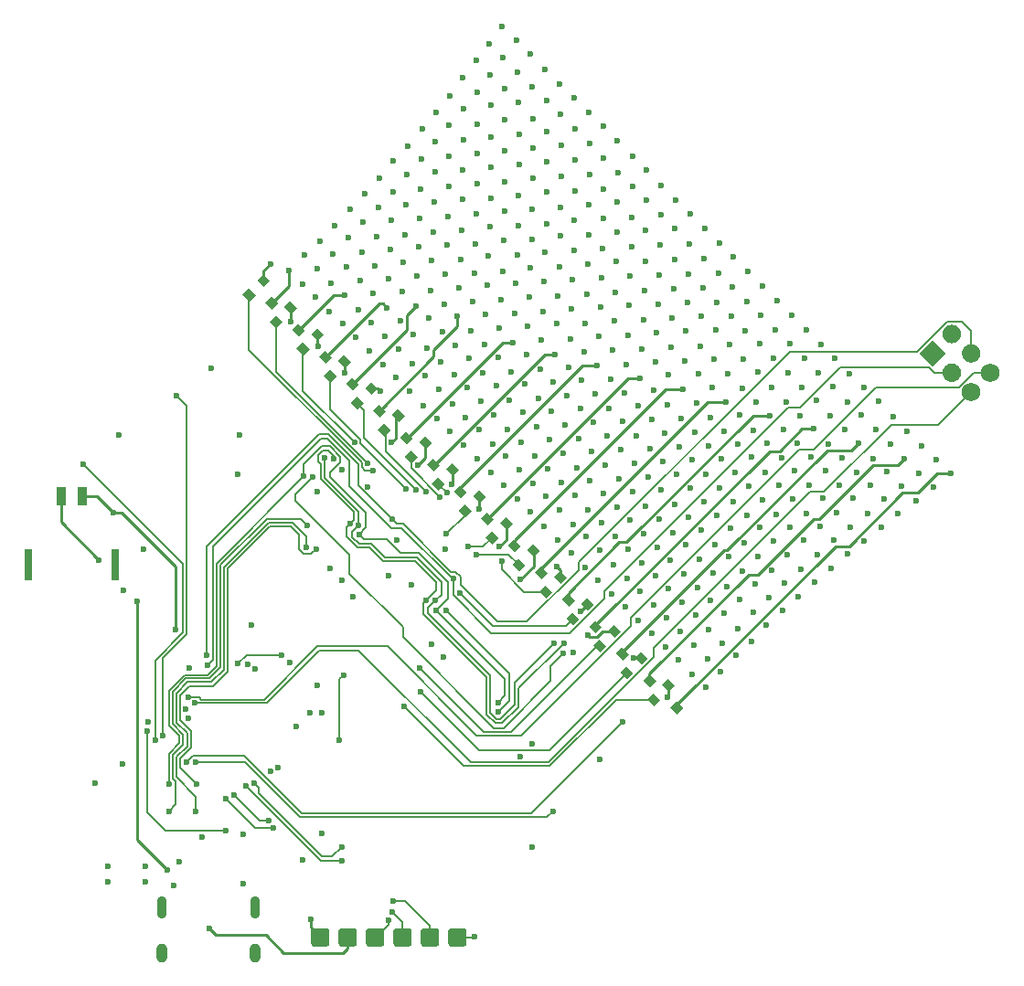
<source format=gbl>
G04 #@! TF.GenerationSoftware,KiCad,Pcbnew,5.99.0-unknown-022839a5a~104~ubuntu20.04.1*
G04 #@! TF.CreationDate,2020-09-24T10:22:23-07:00*
G04 #@! TF.ProjectId,badge,62616467-652e-46b6-9963-61645f706362,0.1*
G04 #@! TF.SameCoordinates,Original*
G04 #@! TF.FileFunction,Copper,L4,Bot*
G04 #@! TF.FilePolarity,Positive*
%FSLAX46Y46*%
G04 Gerber Fmt 4.6, Leading zero omitted, Abs format (unit mm)*
G04 Created by KiCad (PCBNEW 5.99.0-unknown-022839a5a~104~ubuntu20.04.1) date 2020-09-24 10:22:23*
%MOMM*%
%LPD*%
G01*
G04 APERTURE LIST*
G04 #@! TA.AperFunction,ComponentPad*
%ADD10O,0.900000X2.100000*%
G04 #@! TD*
G04 #@! TA.AperFunction,ComponentPad*
%ADD11O,1.000000X1.800000*%
G04 #@! TD*
G04 #@! TA.AperFunction,ComponentPad*
%ADD12C,1.727200*%
G04 #@! TD*
G04 #@! TA.AperFunction,SMDPad,CuDef*
%ADD13R,0.800000X3.000000*%
G04 #@! TD*
G04 #@! TA.AperFunction,SMDPad,CuDef*
%ADD14R,0.900000X1.700000*%
G04 #@! TD*
G04 #@! TA.AperFunction,ViaPad*
%ADD15C,0.600000*%
G04 #@! TD*
G04 #@! TA.AperFunction,Conductor*
%ADD16C,0.150000*%
G04 #@! TD*
G04 #@! TA.AperFunction,Conductor*
%ADD17C,0.250000*%
G04 #@! TD*
G04 APERTURE END LIST*
D10*
G04 #@! TO.P,J1,S1,SHIELD*
G04 #@! TO.N,GND*
X66446690Y-143330233D03*
D11*
X66446690Y-147510233D03*
D10*
X75086690Y-143330233D03*
D11*
X75086690Y-147510233D03*
G04 #@! TD*
G04 #@! TO.P,X1,1,VCC*
G04 #@! TO.N,VCC*
G04 #@! TA.AperFunction,ComponentPad*
G36*
G01*
X140207606Y-89567068D02*
X140207606Y-89567068D01*
G75*
G02*
X140207606Y-90788382I-610657J-610657D01*
G01*
X140207606Y-90788382D01*
G75*
G02*
X138986292Y-90788382I-610657J610657D01*
G01*
X138986292Y-90788382D01*
G75*
G02*
X138986292Y-89567068I610657J610657D01*
G01*
X138986292Y-89567068D01*
G75*
G02*
X140207606Y-89567068I610657J-610657D01*
G01*
G37*
G04 #@! TD.AperFunction*
G04 #@! TA.AperFunction,ComponentPad*
G04 #@! TO.P,X1,2,GND*
G04 #@! TO.N,GND*
G36*
X137800897Y-90752461D02*
G01*
X139022212Y-91973776D01*
X137800897Y-93195091D01*
X136579582Y-91973776D01*
X137800897Y-90752461D01*
G37*
G04 #@! TD.AperFunction*
G04 #@! TO.P,X1,3,SDA*
G04 #@! TO.N,/SDA*
G04 #@! TA.AperFunction,ComponentPad*
G36*
G01*
X142003657Y-91363119D02*
X142003657Y-91363119D01*
G75*
G02*
X142003657Y-92584433I-610657J-610657D01*
G01*
X142003657Y-92584433D01*
G75*
G02*
X140782343Y-92584433I-610657J610657D01*
G01*
X140782343Y-92584433D01*
G75*
G02*
X140782343Y-91363119I610657J610657D01*
G01*
X140782343Y-91363119D01*
G75*
G02*
X142003657Y-91363119I610657J-610657D01*
G01*
G37*
G04 #@! TD.AperFunction*
G04 #@! TO.P,X1,4,SCL*
G04 #@! TO.N,/SCL*
G04 #@! TA.AperFunction,ComponentPad*
G36*
G01*
X140207606Y-93159170D02*
X140207606Y-93159170D01*
G75*
G02*
X140207606Y-94380484I-610657J-610657D01*
G01*
X140207606Y-94380484D01*
G75*
G02*
X138986292Y-94380484I-610657J610657D01*
G01*
X138986292Y-94380484D01*
G75*
G02*
X138986292Y-93159170I610657J610657D01*
G01*
X138986292Y-93159170D01*
G75*
G02*
X140207606Y-93159170I610657J-610657D01*
G01*
G37*
G04 #@! TD.AperFunction*
D12*
G04 #@! TO.P,X1,5,GPIO1*
G04 #@! TO.N,/GPIO1*
X143189051Y-93769827D03*
G04 #@! TO.P,X1,6,GPIO2*
G04 #@! TO.N,/GPIO2*
X141393000Y-95565878D03*
G04 #@! TD*
G04 #@! TO.P,J2,1,Pin_1*
G04 #@! TO.N,VCC*
G04 #@! TA.AperFunction,SMDPad,CuDef*
G36*
G01*
X80521690Y-145240233D02*
X81711690Y-145240233D01*
G75*
G02*
X81966690Y-145495233I0J-255000D01*
G01*
X81966690Y-146685233D01*
G75*
G02*
X81711690Y-146940233I-255000J0D01*
G01*
X80521690Y-146940233D01*
G75*
G02*
X80266690Y-146685233I0J255000D01*
G01*
X80266690Y-145495233D01*
G75*
G02*
X80521690Y-145240233I255000J0D01*
G01*
G37*
G04 #@! TD.AperFunction*
G04 #@! TO.P,J2,2,Pin_2*
G04 #@! TO.N,/VUSB*
G04 #@! TA.AperFunction,SMDPad,CuDef*
G36*
G01*
X83061690Y-145240233D02*
X84251690Y-145240233D01*
G75*
G02*
X84506690Y-145495233I0J-255000D01*
G01*
X84506690Y-146685233D01*
G75*
G02*
X84251690Y-146940233I-255000J0D01*
G01*
X83061690Y-146940233D01*
G75*
G02*
X82806690Y-146685233I0J255000D01*
G01*
X82806690Y-145495233D01*
G75*
G02*
X83061690Y-145240233I255000J0D01*
G01*
G37*
G04 #@! TD.AperFunction*
G04 #@! TO.P,J2,3,Pin_3*
G04 #@! TO.N,/SAMD21/SWDIO*
G04 #@! TA.AperFunction,SMDPad,CuDef*
G36*
G01*
X85601690Y-145240233D02*
X86791690Y-145240233D01*
G75*
G02*
X87046690Y-145495233I0J-255000D01*
G01*
X87046690Y-146685233D01*
G75*
G02*
X86791690Y-146940233I-255000J0D01*
G01*
X85601690Y-146940233D01*
G75*
G02*
X85346690Y-146685233I0J255000D01*
G01*
X85346690Y-145495233D01*
G75*
G02*
X85601690Y-145240233I255000J0D01*
G01*
G37*
G04 #@! TD.AperFunction*
G04 #@! TO.P,J2,4,Pin_4*
G04 #@! TO.N,/SAMD21/SWDCLK*
G04 #@! TA.AperFunction,SMDPad,CuDef*
G36*
G01*
X88141690Y-145240233D02*
X89331690Y-145240233D01*
G75*
G02*
X89586690Y-145495233I0J-255000D01*
G01*
X89586690Y-146685233D01*
G75*
G02*
X89331690Y-146940233I-255000J0D01*
G01*
X88141690Y-146940233D01*
G75*
G02*
X87886690Y-146685233I0J255000D01*
G01*
X87886690Y-145495233D01*
G75*
G02*
X88141690Y-145240233I255000J0D01*
G01*
G37*
G04 #@! TD.AperFunction*
G04 #@! TO.P,J2,5,Pin_5*
G04 #@! TO.N,/SAMD21/~RESET*
G04 #@! TA.AperFunction,SMDPad,CuDef*
G36*
G01*
X90681690Y-145240233D02*
X91871690Y-145240233D01*
G75*
G02*
X92126690Y-145495233I0J-255000D01*
G01*
X92126690Y-146685233D01*
G75*
G02*
X91871690Y-146940233I-255000J0D01*
G01*
X90681690Y-146940233D01*
G75*
G02*
X90426690Y-146685233I0J255000D01*
G01*
X90426690Y-145495233D01*
G75*
G02*
X90681690Y-145240233I255000J0D01*
G01*
G37*
G04 #@! TD.AperFunction*
G04 #@! TO.P,J2,6,Pin_6*
G04 #@! TO.N,GND*
G04 #@! TA.AperFunction,SMDPad,CuDef*
G36*
G01*
X93221690Y-145240233D02*
X94411690Y-145240233D01*
G75*
G02*
X94666690Y-145495233I0J-255000D01*
G01*
X94666690Y-146685233D01*
G75*
G02*
X94411690Y-146940233I-255000J0D01*
G01*
X93221690Y-146940233D01*
G75*
G02*
X92966690Y-146685233I0J255000D01*
G01*
X92966690Y-145495233D01*
G75*
G02*
X93221690Y-145240233I255000J0D01*
G01*
G37*
G04 #@! TD.AperFunction*
G04 #@! TD*
G04 #@! TA.AperFunction,SMDPad,CuDef*
G04 #@! TO.P,Q14,1,G*
G04 #@! TO.N,/ISSI 12 RGB A/U2_QG*
G36*
X76420101Y-89029290D02*
G01*
X76985787Y-88463604D01*
X77622183Y-89100000D01*
X77056497Y-89665686D01*
X76420101Y-89029290D01*
G37*
G04 #@! TD.AperFunction*
G04 #@! TA.AperFunction,SMDPad,CuDef*
G04 #@! TO.P,Q14,2,S*
G04 #@! TO.N,VCC*
G36*
X77763604Y-87685787D02*
G01*
X78329290Y-87120101D01*
X78965686Y-87756497D01*
X78400000Y-88322183D01*
X77763604Y-87685787D01*
G37*
G04 #@! TD.AperFunction*
G04 #@! TA.AperFunction,SMDPad,CuDef*
G04 #@! TO.P,Q14,3,D*
G04 #@! TO.N,/ISSI 12 RGB A/COM_11*
G36*
X78506066Y-89771752D02*
G01*
X79071752Y-89206066D01*
X79708148Y-89842462D01*
X79142462Y-90408148D01*
X78506066Y-89771752D01*
G37*
G04 #@! TD.AperFunction*
G04 #@! TD*
G04 #@! TA.AperFunction,SMDPad,CuDef*
G04 #@! TO.P,Q11,1,G*
G04 #@! TO.N,/ISSI 12 RGB A/U1_QF*
G36*
X98920101Y-111529290D02*
G01*
X99485787Y-110963604D01*
X100122183Y-111600000D01*
X99556497Y-112165686D01*
X98920101Y-111529290D01*
G37*
G04 #@! TD.AperFunction*
G04 #@! TA.AperFunction,SMDPad,CuDef*
G04 #@! TO.P,Q11,2,S*
G04 #@! TO.N,VCC*
G36*
X100263604Y-110185787D02*
G01*
X100829290Y-109620101D01*
X101465686Y-110256497D01*
X100900000Y-110822183D01*
X100263604Y-110185787D01*
G37*
G04 #@! TD.AperFunction*
G04 #@! TA.AperFunction,SMDPad,CuDef*
G04 #@! TO.P,Q11,3,D*
G04 #@! TO.N,/ISSI 12 RGB A/COM_14*
G36*
X101006066Y-112271752D02*
G01*
X101571752Y-111706066D01*
X102208148Y-112342462D01*
X101642462Y-112908148D01*
X101006066Y-112271752D01*
G37*
G04 #@! TD.AperFunction*
G04 #@! TD*
G04 #@! TA.AperFunction,SMDPad,CuDef*
G04 #@! TO.P,Q5,1,G*
G04 #@! TO.N,/ISSI 12 RGB A/U1_QC*
G36*
X106420101Y-119029290D02*
G01*
X106985787Y-118463604D01*
X107622183Y-119100000D01*
X107056497Y-119665686D01*
X106420101Y-119029290D01*
G37*
G04 #@! TD.AperFunction*
G04 #@! TA.AperFunction,SMDPad,CuDef*
G04 #@! TO.P,Q5,2,S*
G04 #@! TO.N,VCC*
G36*
X107763604Y-117685787D02*
G01*
X108329290Y-117120101D01*
X108965686Y-117756497D01*
X108400000Y-118322183D01*
X107763604Y-117685787D01*
G37*
G04 #@! TD.AperFunction*
G04 #@! TA.AperFunction,SMDPad,CuDef*
G04 #@! TO.P,Q5,3,D*
G04 #@! TO.N,/ISSI 12 RGB A/COM_4*
G36*
X108506066Y-119771752D02*
G01*
X109071752Y-119206066D01*
X109708148Y-119842462D01*
X109142462Y-120408148D01*
X108506066Y-119771752D01*
G37*
G04 #@! TD.AperFunction*
G04 #@! TD*
G04 #@! TA.AperFunction,SMDPad,CuDef*
G04 #@! TO.P,Q3,1,G*
G04 #@! TO.N,/ISSI 12 RGB A/U1_QB*
G36*
X108920101Y-121529290D02*
G01*
X109485787Y-120963604D01*
X110122183Y-121600000D01*
X109556497Y-122165686D01*
X108920101Y-121529290D01*
G37*
G04 #@! TD.AperFunction*
G04 #@! TA.AperFunction,SMDPad,CuDef*
G04 #@! TO.P,Q3,2,S*
G04 #@! TO.N,VCC*
G36*
X110263604Y-120185787D02*
G01*
X110829290Y-119620101D01*
X111465686Y-120256497D01*
X110900000Y-120822183D01*
X110263604Y-120185787D01*
G37*
G04 #@! TD.AperFunction*
G04 #@! TA.AperFunction,SMDPad,CuDef*
G04 #@! TO.P,Q3,3,D*
G04 #@! TO.N,/ISSI 12 RGB A/COM_3*
G36*
X111006066Y-122271752D02*
G01*
X111571752Y-121706066D01*
X112208148Y-122342462D01*
X111642462Y-122908148D01*
X111006066Y-122271752D01*
G37*
G04 #@! TD.AperFunction*
G04 #@! TD*
G04 #@! TA.AperFunction,SMDPad,CuDef*
G04 #@! TO.P,Q16,1,G*
G04 #@! TO.N,/ISSI 12 RGB A/U2_QH*
G36*
X73920101Y-86529290D02*
G01*
X74485787Y-85963604D01*
X75122183Y-86600000D01*
X74556497Y-87165686D01*
X73920101Y-86529290D01*
G37*
G04 #@! TD.AperFunction*
G04 #@! TA.AperFunction,SMDPad,CuDef*
G04 #@! TO.P,Q16,2,S*
G04 #@! TO.N,VCC*
G36*
X75263604Y-85185787D02*
G01*
X75829290Y-84620101D01*
X76465686Y-85256497D01*
X75900000Y-85822183D01*
X75263604Y-85185787D01*
G37*
G04 #@! TD.AperFunction*
G04 #@! TA.AperFunction,SMDPad,CuDef*
G04 #@! TO.P,Q16,3,D*
G04 #@! TO.N,/ISSI 12 RGB A/COM_12*
G36*
X76006066Y-87271752D02*
G01*
X76571752Y-86706066D01*
X77208148Y-87342462D01*
X76642462Y-87908148D01*
X76006066Y-87271752D01*
G37*
G04 #@! TD.AperFunction*
G04 #@! TD*
G04 #@! TA.AperFunction,SMDPad,CuDef*
G04 #@! TO.P,Q13,1,G*
G04 #@! TO.N,/ISSI 12 RGB A/U1_QG*
G36*
X96420101Y-109029290D02*
G01*
X96985787Y-108463604D01*
X97622183Y-109100000D01*
X97056497Y-109665686D01*
X96420101Y-109029290D01*
G37*
G04 #@! TD.AperFunction*
G04 #@! TA.AperFunction,SMDPad,CuDef*
G04 #@! TO.P,Q13,2,S*
G04 #@! TO.N,VCC*
G36*
X97763604Y-107685787D02*
G01*
X98329290Y-107120101D01*
X98965686Y-107756497D01*
X98400000Y-108322183D01*
X97763604Y-107685787D01*
G37*
G04 #@! TD.AperFunction*
G04 #@! TA.AperFunction,SMDPad,CuDef*
G04 #@! TO.P,Q13,3,D*
G04 #@! TO.N,/ISSI 12 RGB A/COM_13*
G36*
X98506066Y-109771752D02*
G01*
X99071752Y-109206066D01*
X99708148Y-109842462D01*
X99142462Y-110408148D01*
X98506066Y-109771752D01*
G37*
G04 #@! TD.AperFunction*
G04 #@! TD*
G04 #@! TA.AperFunction,SMDPad,CuDef*
G04 #@! TO.P,Q2,1,G*
G04 #@! TO.N,/ISSI 12 RGB A/U2_QA*
G36*
X91420101Y-104029290D02*
G01*
X91985787Y-103463604D01*
X92622183Y-104100000D01*
X92056497Y-104665686D01*
X91420101Y-104029290D01*
G37*
G04 #@! TD.AperFunction*
G04 #@! TA.AperFunction,SMDPad,CuDef*
G04 #@! TO.P,Q2,2,S*
G04 #@! TO.N,VCC*
G36*
X92763604Y-102685787D02*
G01*
X93329290Y-102120101D01*
X93965686Y-102756497D01*
X93400000Y-103322183D01*
X92763604Y-102685787D01*
G37*
G04 #@! TD.AperFunction*
G04 #@! TA.AperFunction,SMDPad,CuDef*
G04 #@! TO.P,Q2,3,D*
G04 #@! TO.N,/ISSI 12 RGB A/COM_5*
G36*
X93506066Y-104771752D02*
G01*
X94071752Y-104206066D01*
X94708148Y-104842462D01*
X94142462Y-105408148D01*
X93506066Y-104771752D01*
G37*
G04 #@! TD.AperFunction*
G04 #@! TD*
G04 #@! TA.AperFunction,SMDPad,CuDef*
G04 #@! TO.P,Q6,1,G*
G04 #@! TO.N,/ISSI 12 RGB A/U2_QC*
G36*
X86420101Y-99029290D02*
G01*
X86985787Y-98463604D01*
X87622183Y-99100000D01*
X87056497Y-99665686D01*
X86420101Y-99029290D01*
G37*
G04 #@! TD.AperFunction*
G04 #@! TA.AperFunction,SMDPad,CuDef*
G04 #@! TO.P,Q6,2,S*
G04 #@! TO.N,VCC*
G36*
X87763604Y-97685787D02*
G01*
X88329290Y-97120101D01*
X88965686Y-97756497D01*
X88400000Y-98322183D01*
X87763604Y-97685787D01*
G37*
G04 #@! TD.AperFunction*
G04 #@! TA.AperFunction,SMDPad,CuDef*
G04 #@! TO.P,Q6,3,D*
G04 #@! TO.N,/ISSI 12 RGB A/COM_7*
G36*
X88506066Y-99771752D02*
G01*
X89071752Y-99206066D01*
X89708148Y-99842462D01*
X89142462Y-100408148D01*
X88506066Y-99771752D01*
G37*
G04 #@! TD.AperFunction*
G04 #@! TD*
G04 #@! TA.AperFunction,SMDPad,CuDef*
G04 #@! TO.P,Q8,1,G*
G04 #@! TO.N,/ISSI 12 RGB A/U2_QD*
G36*
X83920101Y-96529290D02*
G01*
X84485787Y-95963604D01*
X85122183Y-96600000D01*
X84556497Y-97165686D01*
X83920101Y-96529290D01*
G37*
G04 #@! TD.AperFunction*
G04 #@! TA.AperFunction,SMDPad,CuDef*
G04 #@! TO.P,Q8,2,S*
G04 #@! TO.N,VCC*
G36*
X85263604Y-95185787D02*
G01*
X85829290Y-94620101D01*
X86465686Y-95256497D01*
X85900000Y-95822183D01*
X85263604Y-95185787D01*
G37*
G04 #@! TD.AperFunction*
G04 #@! TA.AperFunction,SMDPad,CuDef*
G04 #@! TO.P,Q8,3,D*
G04 #@! TO.N,/ISSI 12 RGB A/COM_8*
G36*
X86006066Y-97271752D02*
G01*
X86571752Y-96706066D01*
X87208148Y-97342462D01*
X86642462Y-97908148D01*
X86006066Y-97271752D01*
G37*
G04 #@! TD.AperFunction*
G04 #@! TD*
D13*
G04 #@! TO.P,J3,*
G04 #@! TO.N,*
X62116691Y-111590233D03*
X54116691Y-111590233D03*
D14*
G04 #@! TO.P,J3,1,Pin_1*
G04 #@! TO.N,/1s LiPo/BATT_PLUS*
X59116691Y-105240233D03*
G04 #@! TO.P,J3,2,Pin_2*
G04 #@! TO.N,Net-(C8-Pad2)*
X57116691Y-105240233D03*
G04 #@! TD*
G04 #@! TA.AperFunction,SMDPad,CuDef*
G04 #@! TO.P,Q4,1,G*
G04 #@! TO.N,/ISSI 12 RGB A/U2_QB*
G36*
X88920101Y-101529290D02*
G01*
X89485787Y-100963604D01*
X90122183Y-101600000D01*
X89556497Y-102165686D01*
X88920101Y-101529290D01*
G37*
G04 #@! TD.AperFunction*
G04 #@! TA.AperFunction,SMDPad,CuDef*
G04 #@! TO.P,Q4,2,S*
G04 #@! TO.N,VCC*
G36*
X90263604Y-100185787D02*
G01*
X90829290Y-99620101D01*
X91465686Y-100256497D01*
X90900000Y-100822183D01*
X90263604Y-100185787D01*
G37*
G04 #@! TD.AperFunction*
G04 #@! TA.AperFunction,SMDPad,CuDef*
G04 #@! TO.P,Q4,3,D*
G04 #@! TO.N,/ISSI 12 RGB A/COM_6*
G36*
X91006066Y-102271752D02*
G01*
X91571752Y-101706066D01*
X92208148Y-102342462D01*
X91642462Y-102908148D01*
X91006066Y-102271752D01*
G37*
G04 #@! TD.AperFunction*
G04 #@! TD*
G04 #@! TA.AperFunction,SMDPad,CuDef*
G04 #@! TO.P,Q7,1,G*
G04 #@! TO.N,/ISSI 12 RGB A/U1_QD*
G36*
X103920101Y-116529290D02*
G01*
X104485787Y-115963604D01*
X105122183Y-116600000D01*
X104556497Y-117165686D01*
X103920101Y-116529290D01*
G37*
G04 #@! TD.AperFunction*
G04 #@! TA.AperFunction,SMDPad,CuDef*
G04 #@! TO.P,Q7,2,S*
G04 #@! TO.N,VCC*
G36*
X105263604Y-115185787D02*
G01*
X105829290Y-114620101D01*
X106465686Y-115256497D01*
X105900000Y-115822183D01*
X105263604Y-115185787D01*
G37*
G04 #@! TD.AperFunction*
G04 #@! TA.AperFunction,SMDPad,CuDef*
G04 #@! TO.P,Q7,3,D*
G04 #@! TO.N,/ISSI 12 RGB A/COM_1*
G36*
X106006066Y-117271752D02*
G01*
X106571752Y-116706066D01*
X107208148Y-117342462D01*
X106642462Y-117908148D01*
X106006066Y-117271752D01*
G37*
G04 #@! TD.AperFunction*
G04 #@! TD*
G04 #@! TA.AperFunction,SMDPad,CuDef*
G04 #@! TO.P,Q1,1,G*
G04 #@! TO.N,/ISSI 12 RGB A/U1_QA*
G36*
X111420101Y-124029290D02*
G01*
X111985787Y-123463604D01*
X112622183Y-124100000D01*
X112056497Y-124665686D01*
X111420101Y-124029290D01*
G37*
G04 #@! TD.AperFunction*
G04 #@! TA.AperFunction,SMDPad,CuDef*
G04 #@! TO.P,Q1,2,S*
G04 #@! TO.N,VCC*
G36*
X112763604Y-122685787D02*
G01*
X113329290Y-122120101D01*
X113965686Y-122756497D01*
X113400000Y-123322183D01*
X112763604Y-122685787D01*
G37*
G04 #@! TD.AperFunction*
G04 #@! TA.AperFunction,SMDPad,CuDef*
G04 #@! TO.P,Q1,3,D*
G04 #@! TO.N,/ISSI 12 RGB A/COM_2*
G36*
X113506066Y-124771752D02*
G01*
X114071752Y-124206066D01*
X114708148Y-124842462D01*
X114142462Y-125408148D01*
X113506066Y-124771752D01*
G37*
G04 #@! TD.AperFunction*
G04 #@! TD*
G04 #@! TA.AperFunction,SMDPad,CuDef*
G04 #@! TO.P,Q15,1,G*
G04 #@! TO.N,/ISSI 12 RGB A/U1_QH*
G36*
X93920101Y-106529290D02*
G01*
X94485787Y-105963604D01*
X95122183Y-106600000D01*
X94556497Y-107165686D01*
X93920101Y-106529290D01*
G37*
G04 #@! TD.AperFunction*
G04 #@! TA.AperFunction,SMDPad,CuDef*
G04 #@! TO.P,Q15,2,S*
G04 #@! TO.N,VCC*
G36*
X95263604Y-105185787D02*
G01*
X95829290Y-104620101D01*
X96465686Y-105256497D01*
X95900000Y-105822183D01*
X95263604Y-105185787D01*
G37*
G04 #@! TD.AperFunction*
G04 #@! TA.AperFunction,SMDPad,CuDef*
G04 #@! TO.P,Q15,3,D*
G04 #@! TO.N,/ISSI 12 RGB A/COM_15*
G36*
X96006066Y-107271752D02*
G01*
X96571752Y-106706066D01*
X97208148Y-107342462D01*
X96642462Y-107908148D01*
X96006066Y-107271752D01*
G37*
G04 #@! TD.AperFunction*
G04 #@! TD*
G04 #@! TA.AperFunction,SMDPad,CuDef*
G04 #@! TO.P,Q9,1,G*
G04 #@! TO.N,/ISSI 12 RGB A/U1_QE*
G36*
X101420101Y-114029290D02*
G01*
X101985787Y-113463604D01*
X102622183Y-114100000D01*
X102056497Y-114665686D01*
X101420101Y-114029290D01*
G37*
G04 #@! TD.AperFunction*
G04 #@! TA.AperFunction,SMDPad,CuDef*
G04 #@! TO.P,Q9,2,S*
G04 #@! TO.N,VCC*
G36*
X102763604Y-112685787D02*
G01*
X103329290Y-112120101D01*
X103965686Y-112756497D01*
X103400000Y-113322183D01*
X102763604Y-112685787D01*
G37*
G04 #@! TD.AperFunction*
G04 #@! TA.AperFunction,SMDPad,CuDef*
G04 #@! TO.P,Q9,3,D*
G04 #@! TO.N,/ISSI 12 RGB A/COM*
G36*
X103506066Y-114771752D02*
G01*
X104071752Y-114206066D01*
X104708148Y-114842462D01*
X104142462Y-115408148D01*
X103506066Y-114771752D01*
G37*
G04 #@! TD.AperFunction*
G04 #@! TD*
G04 #@! TA.AperFunction,SMDPad,CuDef*
G04 #@! TO.P,Q12,1,G*
G04 #@! TO.N,/ISSI 12 RGB A/U2_QF*
G36*
X78920101Y-91529290D02*
G01*
X79485787Y-90963604D01*
X80122183Y-91600000D01*
X79556497Y-92165686D01*
X78920101Y-91529290D01*
G37*
G04 #@! TD.AperFunction*
G04 #@! TA.AperFunction,SMDPad,CuDef*
G04 #@! TO.P,Q12,2,S*
G04 #@! TO.N,VCC*
G36*
X80263604Y-90185787D02*
G01*
X80829290Y-89620101D01*
X81465686Y-90256497D01*
X80900000Y-90822183D01*
X80263604Y-90185787D01*
G37*
G04 #@! TD.AperFunction*
G04 #@! TA.AperFunction,SMDPad,CuDef*
G04 #@! TO.P,Q12,3,D*
G04 #@! TO.N,/ISSI 12 RGB A/COM_10*
G36*
X81006066Y-92271752D02*
G01*
X81571752Y-91706066D01*
X82208148Y-92342462D01*
X81642462Y-92908148D01*
X81006066Y-92271752D01*
G37*
G04 #@! TD.AperFunction*
G04 #@! TD*
G04 #@! TA.AperFunction,SMDPad,CuDef*
G04 #@! TO.P,Q10,1,G*
G04 #@! TO.N,/ISSI 12 RGB A/U2_QE*
G36*
X81420101Y-94029290D02*
G01*
X81985787Y-93463604D01*
X82622183Y-94100000D01*
X82056497Y-94665686D01*
X81420101Y-94029290D01*
G37*
G04 #@! TD.AperFunction*
G04 #@! TA.AperFunction,SMDPad,CuDef*
G04 #@! TO.P,Q10,2,S*
G04 #@! TO.N,VCC*
G36*
X82763604Y-92685787D02*
G01*
X83329290Y-92120101D01*
X83965686Y-92756497D01*
X83400000Y-93322183D01*
X82763604Y-92685787D01*
G37*
G04 #@! TD.AperFunction*
G04 #@! TA.AperFunction,SMDPad,CuDef*
G04 #@! TO.P,Q10,3,D*
G04 #@! TO.N,/ISSI 12 RGB A/COM_9*
G36*
X83506066Y-94771752D02*
G01*
X84071752Y-94206066D01*
X84708148Y-94842462D01*
X84142462Y-95408148D01*
X83506066Y-94771752D01*
G37*
G04 #@! TD.AperFunction*
G04 #@! TD*
D15*
G04 #@! TO.N,GND*
X68975700Y-121117808D03*
X85527901Y-104322851D03*
X84180284Y-114506360D03*
X68050000Y-139100000D03*
X64900000Y-140975000D03*
X107018045Y-129607247D03*
X73978481Y-136515058D03*
X67526132Y-141305707D03*
X65140260Y-126143528D03*
X78326691Y-120590234D03*
X62929937Y-113940674D03*
X62795852Y-130055351D03*
X64925000Y-139525000D03*
X83135514Y-102715354D03*
X62505673Y-99551051D03*
X71055843Y-93346189D03*
X81256690Y-125300233D03*
X99611102Y-129302569D03*
X104578527Y-119703595D03*
X92700000Y-110100000D03*
X60275000Y-131775000D03*
X95375000Y-146000000D03*
X83135514Y-113003758D03*
X73978481Y-141111252D03*
X100760150Y-137699462D03*
X74700000Y-117150000D03*
X75100000Y-121175000D03*
X64768415Y-110157653D03*
X78926690Y-126530233D03*
X92500000Y-120100000D03*
X76488710Y-130716783D03*
X68867315Y-125795043D03*
X79476236Y-138936899D03*
X73483506Y-103210329D03*
G04 #@! TO.N,VCC*
X61475000Y-140950000D03*
X70200000Y-136775000D03*
X105883650Y-118100000D03*
X86700000Y-95500000D03*
X82004143Y-111872387D03*
X88228374Y-109300224D03*
X103000000Y-111700000D03*
X87400000Y-112600000D03*
X78355945Y-89000000D03*
X81301690Y-136445233D03*
X77225000Y-130375000D03*
X80898317Y-91298317D03*
X113300000Y-123800000D03*
X80136690Y-125270234D03*
X74366690Y-120770233D03*
X105200000Y-115900000D03*
X97700000Y-109900000D03*
X95800000Y-106400000D03*
X83400000Y-93800000D03*
X89517152Y-113445700D03*
X80819739Y-104818997D03*
X110100000Y-120184268D03*
X73607250Y-99515696D03*
X80225000Y-144425000D03*
X80825000Y-122725000D03*
X93300000Y-104100000D03*
X99674820Y-112900000D03*
X76483704Y-83711895D03*
X90133498Y-102366500D03*
X87700000Y-100250362D03*
X61425000Y-139475000D03*
X91410272Y-118943455D03*
X68686690Y-124900233D03*
X100707117Y-128171198D03*
G04 #@! TO.N,Net-(C8-Pad2)*
X60606690Y-111090233D03*
G04 #@! TO.N,/1s LiPo/BATT_PLUS*
X67696689Y-117534913D03*
X61946691Y-106750233D03*
G04 #@! TO.N,/ISSI 12 RGB A/COM_4*
X107364092Y-76736242D03*
X125746705Y-95107518D03*
X123113148Y-92450385D03*
X116543294Y-85869867D03*
X95529575Y-64851646D03*
X128371879Y-97727897D03*
X124431190Y-93784033D03*
X120498724Y-89879100D03*
X121784017Y-91078504D03*
X96842300Y-66162878D03*
X102090943Y-71399745D03*
X112609032Y-81952460D03*
X104719134Y-74032318D03*
X98152840Y-67466025D03*
X117868894Y-87236159D03*
X119172873Y-88508573D03*
X136256614Y-105632042D03*
X129685137Y-99041156D03*
X113933612Y-83318978D03*
X134938173Y-104294191D03*
X100802925Y-70196688D03*
X111269873Y-80546432D03*
X103409657Y-72733224D03*
X109993445Y-79377144D03*
X132317651Y-101696375D03*
X106047823Y-75408635D03*
X108647776Y-77933893D03*
X127030260Y-96309527D03*
X130976828Y-100271316D03*
X99449898Y-68725112D03*
X115248398Y-84640474D03*
X133613547Y-102934125D03*
G04 #@! TO.N,/ISSI 12 RGB A/COM_3*
X104683307Y-71146558D03*
X115326418Y-81878368D03*
X96741397Y-63254842D03*
X133885682Y-100385338D03*
X100730621Y-67275980D03*
X102048852Y-68563852D03*
X128563458Y-95023920D03*
X116655869Y-83219519D03*
X137865391Y-104363537D03*
X123283988Y-89824450D03*
X136554699Y-103108308D03*
X112642545Y-79103007D03*
X108693495Y-75248767D03*
X111319413Y-77788301D03*
X135214967Y-101722239D03*
X99392913Y-65900185D03*
X131222312Y-97695474D03*
X129923671Y-96489007D03*
X125927768Y-92435040D03*
X107354361Y-73864712D03*
X121940198Y-88426425D03*
X117981856Y-84542141D03*
X110012594Y-76538596D03*
X113968673Y-80427747D03*
X120633786Y-87187395D03*
X106030509Y-72550198D03*
X98057723Y-64541016D03*
X127252484Y-93753655D03*
X124593133Y-91077890D03*
X132552477Y-99034308D03*
X119292539Y-85795228D03*
X103355956Y-69817811D03*
G04 #@! TO.N,/ISSI 12 RGB A/COM_1*
X121612453Y-93728381D03*
X120328883Y-92489952D03*
X113818776Y-85964810D03*
X109932237Y-82131182D03*
X133316810Y-105423149D03*
X126827959Y-98972514D03*
X115114152Y-87245601D03*
X108617551Y-80771047D03*
X128148319Y-100357123D03*
X100813784Y-72973329D03*
X99511265Y-71666266D03*
X117711970Y-89833479D03*
X112532032Y-84722879D03*
X124246582Y-96460375D03*
X111229275Y-83413721D03*
X95611907Y-67777571D03*
X125547164Y-97759290D03*
X134642072Y-106810821D03*
X129449290Y-101658094D03*
X107311717Y-79451863D03*
X104732379Y-76947843D03*
X130752216Y-102969355D03*
X98194327Y-70308871D03*
X116412788Y-88538529D03*
X132023866Y-104148192D03*
X102105001Y-74237889D03*
X106012397Y-78156951D03*
X122947509Y-95169700D03*
X119028416Y-91191011D03*
X103419698Y-75591552D03*
X94306326Y-66458320D03*
X96889576Y-68995914D03*
G04 #@! TO.N,/ISSI 12 RGB A/COM_2*
X116714422Y-80421597D03*
X115353873Y-79002922D03*
X132790183Y-96433487D03*
X135484541Y-99158804D03*
X128757362Y-92381136D03*
X97938144Y-61660015D03*
X124760337Y-88457912D03*
X110008973Y-73722636D03*
X99279172Y-62999391D03*
X127450846Y-91177691D03*
X101961215Y-65678147D03*
X104637469Y-68330301D03*
X119371685Y-83005113D03*
X120728786Y-84403049D03*
X126099913Y-89791175D03*
X114033689Y-77748986D03*
X136838036Y-100553333D03*
X138149894Y-101779156D03*
X112697383Y-76434292D03*
X108644986Y-72289720D03*
X130125145Y-93819555D03*
X139492557Y-103124591D03*
X131466112Y-95158944D03*
X107297570Y-70928217D03*
X122056360Y-85693994D03*
X103306983Y-67042206D03*
X100597547Y-64245153D03*
X111327851Y-74972585D03*
X123419811Y-87120569D03*
X134139983Y-97805200D03*
X105977001Y-69663573D03*
X118056717Y-81767128D03*
G04 #@! TO.N,/ISSI 12 RGB A/COM_8*
X91345444Y-86180011D03*
X122442609Y-117185956D03*
X88824005Y-83565965D03*
X110012366Y-104811637D03*
X83861583Y-78650067D03*
X101303844Y-96128577D03*
X97559798Y-92354420D03*
X95073403Y-89880511D03*
X86358091Y-81166778D03*
X87594337Y-82375249D03*
X90074548Y-84829126D03*
X118733226Y-113549883D03*
X116236459Y-111031080D03*
X92583181Y-87390290D03*
X85089905Y-79834637D03*
X112513517Y-107353060D03*
X93808101Y-88558432D03*
X114970082Y-109709291D03*
X103786813Y-98586084D03*
X108767256Y-103566527D03*
X96327470Y-91168681D03*
X106274581Y-101066124D03*
X111269568Y-106114124D03*
X119973731Y-114774560D03*
X107522625Y-102323454D03*
X98816509Y-93652730D03*
X100038328Y-94800075D03*
X121213881Y-115999324D03*
X117485394Y-112292502D03*
X102543131Y-97347091D03*
X113754951Y-108579684D03*
X105039176Y-99863909D03*
G04 #@! TO.N,/ISSI 12 RGB A/COM_5*
X114324811Y-100648217D03*
X110548658Y-96857998D03*
X105526928Y-91861521D03*
X113050395Y-99323980D03*
X102979843Y-89225619D03*
X100487844Y-86789524D03*
X116849031Y-103209987D03*
X108046863Y-94402792D03*
X120613065Y-106942839D03*
X123102754Y-109362205D03*
X95470335Y-81811414D03*
X118097134Y-104422126D03*
X119356663Y-105689645D03*
X126874618Y-113134070D03*
X89152232Y-75403422D03*
X96697846Y-82953147D03*
X90443242Y-76792530D03*
X104277267Y-90643286D03*
X109303367Y-95655966D03*
X87892382Y-74138158D03*
X124358810Y-110615490D03*
X99218476Y-85487774D03*
X111799244Y-98088897D03*
X106773258Y-93071905D03*
X92957414Y-79305050D03*
X125639944Y-111961770D03*
X91678210Y-77956123D03*
X121841093Y-108090923D03*
X94219326Y-80587042D03*
X97988556Y-84344485D03*
X101758432Y-88106068D03*
X115569479Y-101854696D03*
G04 #@! TO.N,/ISSI 12 RGB A/COM_6*
X89086833Y-78219990D03*
X94098534Y-83242509D03*
X106612680Y-95736738D03*
X87835766Y-76971993D03*
X112873012Y-101997072D03*
X105340104Y-94414307D03*
X124125547Y-113209275D03*
X86585172Y-75726034D03*
X125402079Y-114552333D03*
X92836740Y-81951858D03*
X119117282Y-108201009D03*
X111637122Y-100816489D03*
X91590966Y-80724123D03*
X109116813Y-98240872D03*
X97846626Y-86966195D03*
X95357797Y-84527303D03*
X90345141Y-79498559D03*
X122900666Y-112060469D03*
X120394734Y-109548153D03*
X101601206Y-90716323D03*
X115359197Y-104438815D03*
X96580706Y-85665812D03*
X117867678Y-106956950D03*
X102871441Y-92045859D03*
X116626002Y-105741120D03*
X107875868Y-97035671D03*
X100336284Y-89420012D03*
X104110617Y-93240723D03*
X110388507Y-99582953D03*
X114111479Y-103200750D03*
X99106319Y-88248736D03*
X121648599Y-110808402D03*
G04 #@! TO.N,/ISSI 12 RGB A/COM_7*
X121403853Y-113314634D03*
X103944672Y-95886743D03*
X86485183Y-78465443D03*
X120186665Y-112186233D03*
X100193806Y-92118537D03*
X105187595Y-97116601D03*
X101462643Y-93447673D03*
X87722201Y-79668708D03*
X112667169Y-104576580D03*
X123900493Y-115812648D03*
X90201120Y-82106448D03*
X98967960Y-90957798D03*
X85222328Y-77158547D03*
X95207511Y-87146648D03*
X106439582Y-98378719D03*
X111453052Y-103462504D03*
X102695002Y-94632677D03*
X115186539Y-107157383D03*
X97688527Y-89592503D03*
X110188469Y-102140956D03*
X117696510Y-109721080D03*
X91454139Y-83370445D03*
X96452694Y-88384572D03*
X122672631Y-114637285D03*
X92701532Y-84616450D03*
X116426383Y-108372891D03*
X88986466Y-80986033D03*
X93961157Y-85904701D03*
X118910924Y-110828623D03*
X113943170Y-105929799D03*
X108947929Y-100923461D03*
X107673870Y-99580555D03*
G04 #@! TO.N,/ISSI 12 RGB A/COM_14*
X123814304Y-101660398D03*
X103318299Y-81113839D03*
X130217148Y-108074579D03*
X117387286Y-95157305D03*
X98217986Y-76075418D03*
X93069777Y-70843947D03*
X113571853Y-91408398D03*
X116112191Y-93893371D03*
X96929925Y-74758633D03*
X104609724Y-82438431D03*
X122505268Y-100271177D03*
X94364478Y-72176332D03*
X126372894Y-104214194D03*
X107156504Y-84947688D03*
X114844459Y-92657824D03*
X128928115Y-106753719D03*
X100767371Y-78588352D03*
X95650916Y-73482744D03*
X91818154Y-69675586D03*
X118681191Y-96485563D03*
X102062263Y-79937936D03*
X105877106Y-83669737D03*
X121249767Y-99080033D03*
X127623860Y-105387052D03*
X111021265Y-88893582D03*
X99497534Y-77353332D03*
X108452450Y-86290575D03*
X125070155Y-102847116D03*
X119943419Y-97705260D03*
X112268042Y-90039440D03*
X131497113Y-109354545D03*
X109704968Y-87469517D03*
G04 #@! TO.N,/ISSI 12 RGB A/COM_13*
X109604792Y-90279314D03*
X119761957Y-100396244D03*
X126136291Y-106832036D03*
X105797325Y-86496400D03*
X101955071Y-82564678D03*
X122318449Y-102997802D03*
X103251212Y-83935437D03*
X115950367Y-96590648D03*
X95617558Y-76279384D03*
X110881081Y-91575167D03*
X124832420Y-105430866D03*
X94333995Y-74959423D03*
X113386865Y-93975787D03*
X118510820Y-99214921D03*
X121014271Y-101603193D03*
X129931296Y-110564095D03*
X112132930Y-92762766D03*
X100710400Y-81401181D03*
X123578291Y-104220083D03*
X96895875Y-77583371D03*
X127381528Y-107995395D03*
X107056269Y-87710299D03*
X128644239Y-109238575D03*
X99440369Y-80136114D03*
X93069692Y-73714518D03*
X104495739Y-85101128D03*
X90532621Y-71194445D03*
X98155139Y-78801487D03*
X91780946Y-72380772D03*
X117239962Y-97945747D03*
X114665008Y-95268999D03*
X108320310Y-88953109D03*
G04 #@! TO.N,/ISSI 12 RGB A/COM_12*
X111824714Y-117933044D03*
X114289850Y-120334616D03*
X115570430Y-121715412D03*
X80674424Y-86724604D03*
X84407841Y-90453954D03*
X110585258Y-116712423D03*
X105613843Y-111777159D03*
X101864807Y-107976232D03*
X106848560Y-112970957D03*
X104355992Y-110470529D03*
X83173169Y-89242880D03*
X108100580Y-114248858D03*
X79461394Y-85603097D03*
X93130485Y-99191717D03*
X88143172Y-94189285D03*
X95635769Y-101736438D03*
X116810810Y-122937975D03*
X85666834Y-91745189D03*
X98117375Y-104194277D03*
X86920504Y-93022696D03*
X91900947Y-98003139D03*
X78192140Y-84260427D03*
X96889488Y-103018251D03*
X99365275Y-105449481D03*
X103122494Y-109280759D03*
X90670226Y-96823477D03*
X113073185Y-119192425D03*
X100606455Y-106680468D03*
X81952852Y-88099478D03*
X109338782Y-115461179D03*
X94384281Y-100467018D03*
X89393321Y-95450375D03*
G04 #@! TO.N,/ISSI 12 RGB A/COM*
X104669204Y-79639243D03*
X124035385Y-99062757D03*
X121454781Y-96478900D03*
X129189583Y-104197702D03*
X125312591Y-100297529D03*
X105971792Y-80979911D03*
X96942185Y-71948727D03*
X113714216Y-88733490D03*
X117559292Y-92507825D03*
X93077907Y-68103650D03*
X103396500Y-78420618D03*
X109830896Y-84806840D03*
X118867717Y-93866444D03*
X130454370Y-105394587D03*
X108528933Y-83474676D03*
X94348512Y-69314168D03*
X120167001Y-95199284D03*
X133059679Y-108069376D03*
X102087776Y-77053432D03*
X107263045Y-82275918D03*
X99512414Y-74489847D03*
X131775897Y-106808179D03*
X98229680Y-73228407D03*
X112422554Y-87435427D03*
X116294408Y-91315292D03*
X100795039Y-75753481D03*
X122732837Y-97717774D03*
X126584738Y-101524955D03*
X111131763Y-86141461D03*
X95662117Y-70706008D03*
X114973309Y-89908075D03*
X127886996Y-102857035D03*
G04 #@! TO.N,/ISSI 12 RGB A/COM_15*
X123358916Y-106863471D03*
X99342568Y-82825026D03*
X96808559Y-80271273D03*
X95546994Y-79015703D03*
X100592335Y-84036059D03*
X113249942Y-96756108D03*
X111969403Y-95423258D03*
X128399934Y-111861160D03*
X108176689Y-91626175D03*
X101850642Y-85281668D03*
X103144706Y-86667219D03*
X124622152Y-108125101D03*
X91743052Y-75178269D03*
X114519364Y-98048536D03*
X93020676Y-76492409D03*
X110729098Y-94261626D03*
X125859264Y-109287516D03*
X104392730Y-87861438D03*
X120811159Y-104254882D03*
X119559908Y-103037743D03*
X122075989Y-105522586D03*
X117043520Y-100559442D03*
X118282048Y-101721499D03*
X94271601Y-77709636D03*
X98072235Y-81534949D03*
X105674012Y-89204860D03*
X109466904Y-93006195D03*
X115770362Y-99252820D03*
X127136257Y-110597483D03*
X90488556Y-73946819D03*
X106925597Y-90411159D03*
X89245056Y-72770891D03*
G04 #@! TO.N,/ISSI 12 RGB A/COM_11*
X103261275Y-106496888D03*
X87106115Y-90379881D03*
X90817592Y-94043455D03*
X100781680Y-104050889D03*
X116956920Y-120263690D03*
X84632160Y-87950359D03*
X82142911Y-85451300D03*
X118189928Y-121462171D03*
X94576639Y-97885029D03*
X104526127Y-107844326D03*
X114456151Y-117717855D03*
X99519318Y-102741072D03*
X102003502Y-105219841D03*
X92071607Y-95322993D03*
X83353554Y-86571239D03*
X111973573Y-115247338D03*
X108251553Y-111551889D03*
X105738687Y-108965931D03*
X106991522Y-110241449D03*
X109498797Y-112813709D03*
X113201978Y-116436186D03*
X93336975Y-96660136D03*
X115711343Y-119010080D03*
X80877248Y-84118532D03*
X89601845Y-92905390D03*
X79622790Y-82839129D03*
X97068267Y-100396429D03*
X95789830Y-99012950D03*
X85860688Y-89128386D03*
X98283292Y-101521732D03*
X110731206Y-114008030D03*
X88331467Y-91558710D03*
G04 #@! TO.N,/ISSI 12 RGB A/COM_9*
X104870568Y-102543551D03*
X119787045Y-117443467D03*
X118514098Y-116084486D03*
X86206913Y-83831507D03*
X106107375Y-103754065D03*
X103607477Y-101212327D03*
X84967796Y-82606497D03*
X88680328Y-86267622D03*
X98648438Y-96299974D03*
X107339707Y-104950553D03*
X93654967Y-91245142D03*
X94889392Y-92458401D03*
X112318714Y-109946411D03*
X111072386Y-108690824D03*
X96154383Y-93780527D03*
X97391675Y-94999513D03*
X83697152Y-81262051D03*
X99862883Y-97431893D03*
X108583599Y-106195954D03*
X116055228Y-113705145D03*
X91158649Y-88726283D03*
X101140449Y-98813433D03*
X114804976Y-112431119D03*
X87435209Y-85018214D03*
X109820509Y-107415040D03*
X113553923Y-111157285D03*
X121024688Y-118660223D03*
X89951591Y-87631319D03*
X102349629Y-99918639D03*
X117271956Y-114845116D03*
X82479663Y-80113621D03*
X92402646Y-89971655D03*
G04 #@! TO.N,/ISSI 12 RGB A/COM_10*
X94735632Y-95168909D03*
X110900535Y-111359780D03*
X86029978Y-86447136D03*
X92269763Y-92771174D03*
X113372580Y-113792629D03*
X118358238Y-118820625D03*
X104681129Y-105123425D03*
X91025413Y-91520148D03*
X95970592Y-96383448D03*
X87282016Y-87724312D03*
X93497510Y-93944376D03*
X115848026Y-116244088D03*
X105938938Y-106433672D03*
X82308758Y-82745023D03*
X117106983Y-117543247D03*
X88516137Y-88934738D03*
X114617058Y-115041476D03*
X89763920Y-90195709D03*
X119577653Y-119976468D03*
X99721260Y-100201223D03*
X107169734Y-107621211D03*
X109649157Y-110082434D03*
X98485595Y-98995447D03*
X112126909Y-112539766D03*
X100970448Y-101476910D03*
X103452551Y-103943973D03*
X108422502Y-108908987D03*
X97214546Y-97630266D03*
X102200021Y-102656146D03*
X84793816Y-85228584D03*
X81078490Y-81555218D03*
X83531568Y-83919479D03*
G04 #@! TO.N,/ISSI 12 RGB A/U1_QA*
X88900000Y-124700000D03*
G04 #@! TO.N,/ISSI 12 RGB A/U2_QA*
X92900000Y-104900000D03*
G04 #@! TO.N,/ISSI 12 RGB A/U1_QB*
X90400000Y-123300000D03*
G04 #@! TO.N,/ISSI 12 RGB A/U2_QB*
X92202345Y-105248827D03*
G04 #@! TO.N,/ISSI 12 RGB A/U1_QC*
X90300000Y-121100000D03*
G04 #@! TO.N,/ISSI 12 RGB A/U2_QC*
X90876074Y-104751891D03*
G04 #@! TO.N,/ISSI 12 RGB A/U1_QD*
X94041379Y-114158621D03*
G04 #@! TO.N,/ISSI 12 RGB A/U2_QD*
X89982007Y-104642714D03*
G04 #@! TO.N,/ISSI 12 RGB A/U1_QE*
X97900000Y-111205000D03*
G04 #@! TO.N,/ISSI 12 RGB A/U2_QE*
X89065972Y-104511569D03*
G04 #@! TO.N,/ISSI 12 RGB A/U1_QF*
X95600000Y-110600000D03*
G04 #@! TO.N,/ISSI 12 RGB A/U2_QF*
X84289418Y-100204514D03*
G04 #@! TO.N,/ISSI 12 RGB A/U1_QG*
X94800000Y-109900000D03*
G04 #@! TO.N,/ISSI 12 RGB A/U2_QG*
X85500000Y-102200000D03*
G04 #@! TO.N,/ISSI 12 RGB A/U1_QH*
X92800000Y-108700000D03*
G04 #@! TO.N,/ISSI 12 RGB A/U2_QH*
X86000000Y-102800000D03*
G04 #@! TO.N,/SAMD21/SWDIO*
X87400000Y-144450000D03*
G04 #@! TO.N,/SAMD21/SWDCLK*
X87800000Y-143700000D03*
G04 #@! TO.N,/SAMD21/~RESET*
X83266690Y-121780234D03*
X87850000Y-142675000D03*
X82888026Y-127817645D03*
G04 #@! TO.N,/SAMD21/FLASH_SCK*
X83086690Y-137720233D03*
X75020078Y-131768545D03*
G04 #@! TO.N,/SAMD21/FLASH_MOSI*
X83086690Y-139010234D03*
X74243646Y-132042608D03*
G04 #@! TO.N,/SAMD21/FLASH_MISO*
X72375000Y-133250000D03*
X76750000Y-135950000D03*
G04 #@! TO.N,/SAMD21/FLASH_CS*
X73125000Y-132875000D03*
X76325000Y-135225000D03*
G04 #@! TO.N,/BTN_Y*
X102686690Y-134390233D03*
X69600000Y-129850000D03*
G04 #@! TO.N,/BTN_X*
X109156690Y-126080233D03*
X68750000Y-129825000D03*
G04 #@! TO.N,/BTN_B*
X65825000Y-127850000D03*
X59196690Y-102260234D03*
G04 #@! TO.N,/BTN_A*
X66525000Y-127350000D03*
X67786691Y-95880234D03*
G04 #@! TO.N,/SAMD21/SBU1*
X65084346Y-126984346D03*
X72404137Y-136187680D03*
G04 #@! TO.N,/GPIO2*
X69476026Y-124380010D03*
G04 #@! TO.N,/GPIO1*
X68925000Y-123825000D03*
G04 #@! TO.N,/SCL*
X70675000Y-120875000D03*
X93423917Y-112862336D03*
G04 #@! TO.N,/SDA*
X87749386Y-107329226D03*
X70625000Y-119975000D03*
G04 #@! TO.N,Net-(IC1-Pad7)*
X77546690Y-119930234D03*
X73510062Y-120707789D03*
G04 #@! TO.N,/VUSB*
X64116690Y-114980233D03*
X70816690Y-145280233D03*
X66913750Y-139826203D03*
G04 #@! TO.N,/LED_BLANK*
X79606983Y-103369428D03*
X84708826Y-108743439D03*
X97578170Y-124299789D03*
X91815250Y-115779152D03*
X67096690Y-131840234D03*
G04 #@! TO.N,/LED_LATCH*
X102793082Y-118802033D03*
X79900000Y-107900000D03*
X84673471Y-107894911D03*
X67096690Y-134380234D03*
X81526846Y-101672372D03*
X91797572Y-114877591D03*
G04 #@! TO.N,/LED_SCLK*
X83860298Y-107753490D03*
X69636690Y-131840233D03*
X82340019Y-101743082D03*
X80725000Y-110075000D03*
X103659288Y-118855066D03*
X90913688Y-114842235D03*
G04 #@! TO.N,/ISSI 12 RGB A/DAT_OUT*
X97613525Y-125148317D03*
X92734488Y-115779152D03*
G04 #@! TO.N,Net-(U3-Pad22)*
X103641610Y-119756628D03*
X80413153Y-103387106D03*
G04 #@! TO.N,/LED_DAT*
X79844573Y-109967212D03*
X69600000Y-134380234D03*
G04 #@! TD*
D16*
G04 #@! TO.N,GND*
X95284767Y-146090233D02*
X95375000Y-146000000D01*
X93816690Y-146090233D02*
X95284767Y-146090233D01*
D17*
G04 #@! TO.N,VCC*
X83364645Y-93764645D02*
X83400000Y-93800000D01*
X75864645Y-85221142D02*
X75864645Y-84330954D01*
X95864645Y-105221142D02*
X95864645Y-106335355D01*
X103364645Y-112064645D02*
X103000000Y-111700000D01*
X88364645Y-97721142D02*
X88081803Y-98003984D01*
X90864645Y-100221142D02*
X90864645Y-101635353D01*
X86421142Y-95221142D02*
X86700000Y-95500000D01*
X100864645Y-110221142D02*
X100864645Y-111710175D01*
X106768803Y-118213157D02*
X105996807Y-118213157D01*
X95864645Y-106335355D02*
X95800000Y-106400000D01*
X105864645Y-115235355D02*
X105200000Y-115900000D01*
X105996807Y-118213157D02*
X105883650Y-118100000D01*
X78364645Y-87721142D02*
X78364645Y-88991300D01*
X107260818Y-117721142D02*
X106768803Y-118213157D01*
X100864645Y-111710175D02*
X99674820Y-112900000D01*
X78364645Y-88991300D02*
X78355945Y-89000000D01*
X83364645Y-92721142D02*
X83364645Y-93764645D01*
X108364645Y-117721142D02*
X107260818Y-117721142D01*
X98364645Y-109235355D02*
X97700000Y-109900000D01*
X75864645Y-84330954D02*
X76483704Y-83711895D01*
X88081803Y-99868559D02*
X87700000Y-100250362D01*
X93364645Y-104035355D02*
X93300000Y-104100000D01*
X85864645Y-95221142D02*
X86421142Y-95221142D01*
X110021142Y-120221142D02*
X110000000Y-120200000D01*
X103364645Y-112721142D02*
X103364645Y-112064645D01*
X88081803Y-98003984D02*
X88081803Y-99868559D01*
X81116690Y-146090233D02*
X80225000Y-145198543D01*
X98364645Y-107721142D02*
X98364645Y-109235355D01*
X90864645Y-101635353D02*
X90133498Y-102366500D01*
X113364645Y-122721142D02*
X113364645Y-123735355D01*
X80225000Y-145198543D02*
X80225000Y-144425000D01*
X93364645Y-102721142D02*
X93364645Y-104035355D01*
X113364645Y-123735355D02*
X113300000Y-123800000D01*
X110864645Y-120221142D02*
X110021142Y-120221142D01*
X80864645Y-91264645D02*
X80898317Y-91298317D01*
X80864645Y-90221142D02*
X80864645Y-91264645D01*
G04 #@! TO.N,Net-(C8-Pad2)*
X57116690Y-107600234D02*
X60606690Y-111090233D01*
X57116690Y-105240234D02*
X57116690Y-107600234D01*
G04 #@! TO.N,/1s LiPo/BATT_PLUS*
X62739854Y-106750233D02*
X67696689Y-111707069D01*
X61946691Y-106750233D02*
X62739854Y-106750233D01*
X60436690Y-105240233D02*
X61946691Y-106750233D01*
X67696689Y-111707069D02*
X67696689Y-117534913D01*
X59116690Y-105240233D02*
X60436690Y-105240233D01*
G04 #@! TO.N,/ISSI 12 RGB A/COM_4*
X128042971Y-100962124D02*
X118781473Y-110223622D01*
X130286020Y-100962124D02*
X128042971Y-100962124D01*
X118476378Y-110223622D02*
X109107107Y-119592893D01*
X130976828Y-100271316D02*
X130286020Y-100962124D01*
X118781473Y-110223622D02*
X118476378Y-110223622D01*
G04 #@! TO.N,/ISSI 12 RGB A/COM_3*
X132315597Y-102301376D02*
X127316973Y-107300000D01*
X127316973Y-107300000D02*
X126800000Y-107300000D01*
X121623366Y-112476634D02*
X120791666Y-112476634D01*
X126800000Y-107300000D02*
X121623366Y-112476634D01*
X134635830Y-102301376D02*
X132315597Y-102301376D01*
X120791666Y-112476634D02*
X111607107Y-121661193D01*
X135214967Y-101722239D02*
X134635830Y-102301376D01*
X111607107Y-121661193D02*
X111607107Y-122307107D01*
G04 #@! TO.N,/ISSI 12 RGB A/COM_1*
X125742204Y-98972514D02*
X123659321Y-101055397D01*
X123659321Y-101055397D02*
X122728574Y-101055397D01*
X126827959Y-98972514D02*
X125742204Y-98972514D01*
X122728574Y-101055397D02*
X106607107Y-117176864D01*
G04 #@! TO.N,/ISSI 12 RGB A/COM_2*
X138208935Y-103124591D02*
X139492557Y-103124591D01*
X130112680Y-109843576D02*
X135057064Y-104899192D01*
X128815143Y-109843576D02*
X130112680Y-109843576D01*
X114107107Y-124551612D02*
X128815143Y-109843576D01*
X135057064Y-104899192D02*
X136434334Y-104899192D01*
X136434334Y-104899192D02*
X138208935Y-103124591D01*
G04 #@! TO.N,/ISSI 12 RGB A/COM_8*
X93808101Y-89461602D02*
X91630414Y-91639289D01*
X93808101Y-88558432D02*
X93808101Y-89461602D01*
X91630414Y-91639289D02*
X91630414Y-92283800D01*
X91630414Y-92283800D02*
X86607107Y-97307107D01*
G04 #@! TO.N,/ISSI 12 RGB A/COM_5*
X94107107Y-104392893D02*
X94107107Y-104807107D01*
X105428095Y-93071905D02*
X94107107Y-104392893D01*
X106773258Y-93071905D02*
X105428095Y-93071905D01*
G04 #@! TO.N,/ISSI 12 RGB A/COM_6*
X102871441Y-92045859D02*
X101897142Y-92045859D01*
X101897142Y-92045859D02*
X91635894Y-102307107D01*
G04 #@! TO.N,/ISSI 12 RGB A/COM_7*
X98967960Y-90957798D02*
X98061018Y-90957798D01*
X98061018Y-90957798D02*
X89211709Y-99807107D01*
G04 #@! TO.N,/ISSI 12 RGB A/COM_14*
X101607107Y-111856195D02*
X101607107Y-112307107D01*
X118681191Y-96485563D02*
X116977739Y-96485563D01*
X116977739Y-96485563D02*
X101607107Y-111856195D01*
G04 #@! TO.N,/ISSI 12 RGB A/COM_13*
X113079530Y-95268999D02*
X99107107Y-109241422D01*
X99107107Y-109241422D02*
X99107107Y-109807107D01*
X114665008Y-95268999D02*
X113079530Y-95268999D01*
G04 #@! TO.N,/ISSI 12 RGB A/COM_12*
X78192140Y-84260427D02*
X78192140Y-85722074D01*
X78192140Y-85722074D02*
X76607107Y-87307107D01*
G04 #@! TO.N,/ISSI 12 RGB A/COM*
X108808971Y-109477433D02*
X104107107Y-114179297D01*
X122732837Y-97717774D02*
X121184836Y-97717774D01*
X104107107Y-114179297D02*
X104107107Y-114807107D01*
X109425177Y-109477433D02*
X108808971Y-109477433D01*
X121184836Y-97717774D02*
X109425177Y-109477433D01*
G04 #@! TO.N,/ISSI 12 RGB A/COM_15*
X110729098Y-94261626D02*
X109661273Y-94261626D01*
X109661273Y-94261626D02*
X96615792Y-107307107D01*
G04 #@! TO.N,/ISSI 12 RGB A/COM_11*
X82342975Y-86571239D02*
X79107107Y-89807107D01*
X83353554Y-86571239D02*
X82342975Y-86571239D01*
G04 #@! TO.N,/ISSI 12 RGB A/COM_9*
X89951591Y-87631319D02*
X89158919Y-88423991D01*
X89158919Y-89755295D02*
X84107107Y-94807107D01*
X89158919Y-88423991D02*
X89158919Y-89755295D01*
G04 #@! TO.N,/ISSI 12 RGB A/COM_10*
X86903062Y-87345358D02*
X86568856Y-87345358D01*
X86568856Y-87345358D02*
X81607107Y-92307107D01*
X87282016Y-87724312D02*
X86903062Y-87345358D01*
D16*
G04 #@! TO.N,/ISSI 12 RGB A/U1_QA*
X102361947Y-130187580D02*
X94387580Y-130187580D01*
X112021142Y-124064645D02*
X108484882Y-124064645D01*
X108484882Y-124064645D02*
X102361947Y-130187580D01*
X94387580Y-130187580D02*
X88900000Y-124700000D01*
G04 #@! TO.N,/ISSI 12 RGB A/U2_QA*
X92856497Y-104900000D02*
X92021142Y-104064645D01*
X92900000Y-104900000D02*
X92856497Y-104900000D01*
G04 #@! TO.N,/ISSI 12 RGB A/U1_QB*
X102359588Y-128726199D02*
X109521142Y-121564645D01*
X90400000Y-123300000D02*
X95826199Y-128726199D01*
X95826199Y-128726199D02*
X102359588Y-128726199D01*
G04 #@! TO.N,/ISSI 12 RGB A/U2_QB*
X89521142Y-102575546D02*
X92194423Y-105248827D01*
X92194423Y-105248827D02*
X92202345Y-105248827D01*
X89521142Y-101564645D02*
X89521142Y-102575546D01*
G04 #@! TO.N,/ISSI 12 RGB A/U1_QC*
X98783717Y-127016283D02*
X106735355Y-119064645D01*
X96216283Y-127016283D02*
X98783717Y-127016283D01*
X90300000Y-121100000D02*
X96216283Y-127016283D01*
G04 #@! TO.N,/ISSI 12 RGB A/U2_QC*
X87144999Y-101020816D02*
X87144999Y-99188502D01*
X90876074Y-104751891D02*
X87144999Y-101020816D01*
G04 #@! TO.N,/ISSI 12 RGB A/U1_QD*
X97102580Y-117219822D02*
X103865965Y-117219822D01*
X103865965Y-117219822D02*
X104521142Y-116564645D01*
X94041379Y-114158621D02*
X97102580Y-117219822D01*
G04 #@! TO.N,/ISSI 12 RGB A/U2_QD*
X89982007Y-104642714D02*
X85162263Y-99822970D01*
X85162263Y-97205766D02*
X84521142Y-96564645D01*
X85162263Y-99822970D02*
X85162263Y-97205766D01*
G04 #@! TO.N,/ISSI 12 RGB A/U1_QE*
X97900000Y-111205000D02*
X97900000Y-112020582D01*
X99944063Y-114064645D02*
X102021142Y-114064645D01*
X97900000Y-112020582D02*
X99944063Y-114064645D01*
G04 #@! TO.N,/ISSI 12 RGB A/U2_QE*
X89065972Y-104511569D02*
X84844420Y-100290017D01*
X82021142Y-97139170D02*
X82021142Y-94064645D01*
X84844420Y-99962448D02*
X82021142Y-97139170D01*
X84844420Y-100290017D02*
X84844420Y-99962448D01*
G04 #@! TO.N,/ISSI 12 RGB A/U1_QF*
X95600000Y-110600000D02*
X98556497Y-110600000D01*
X98556497Y-110600000D02*
X99521142Y-111564645D01*
G04 #@! TO.N,/ISSI 12 RGB A/U2_QF*
X79521142Y-95436238D02*
X84289418Y-100204514D01*
X79521142Y-91564645D02*
X79521142Y-95436238D01*
G04 #@! TO.N,/ISSI 12 RGB A/U1_QG*
X94800000Y-109900000D02*
X96185787Y-109900000D01*
X96185787Y-109900000D02*
X97021142Y-109064645D01*
G04 #@! TO.N,/ISSI 12 RGB A/U2_QG*
X77021142Y-89064645D02*
X77021142Y-93721142D01*
X77021142Y-93721142D02*
X85500000Y-102200000D01*
G04 #@! TO.N,/ISSI 12 RGB A/U1_QH*
X92800000Y-108700000D02*
X94521142Y-106978858D01*
G04 #@! TO.N,/ISSI 12 RGB A/U2_QH*
X84944998Y-102466402D02*
X84944998Y-102111704D01*
X84944998Y-102111704D02*
X74521142Y-91687848D01*
X74521142Y-91687848D02*
X74521142Y-86564645D01*
X86000000Y-102800000D02*
X85278596Y-102800000D01*
X85278596Y-102800000D02*
X84944998Y-102466402D01*
G04 #@! TO.N,/SAMD21/SWDIO*
X86196690Y-146090234D02*
X87400000Y-144886924D01*
X87400000Y-144886924D02*
X87400000Y-144450000D01*
G04 #@! TO.N,/SAMD21/SWDCLK*
X88736690Y-146090233D02*
X88736690Y-144636690D01*
X88736690Y-144636690D02*
X87800000Y-143700000D01*
G04 #@! TO.N,/SAMD21/~RESET*
X82888026Y-122158897D02*
X82888026Y-127817645D01*
X83266690Y-121780234D02*
X82888026Y-122158897D01*
X91276690Y-145000234D02*
X88951456Y-142675000D01*
X88951456Y-142675000D02*
X87850000Y-142675000D01*
X91276690Y-146090233D02*
X91276690Y-145000234D01*
G04 #@! TO.N,/SAMD21/FLASH_SCK*
X82206923Y-138600000D02*
X81275000Y-138600000D01*
X81275000Y-138600000D02*
X75425000Y-132750000D01*
X75425000Y-132750000D02*
X75425000Y-132173467D01*
X75425000Y-132173467D02*
X75020078Y-131768545D01*
X83086690Y-137720233D02*
X82206923Y-138600000D01*
G04 #@! TO.N,/SAMD21/FLASH_MOSI*
X83086690Y-139010234D02*
X81211272Y-139010234D01*
X81211272Y-139010234D02*
X74243646Y-132042608D01*
G04 #@! TO.N,/SAMD21/FLASH_MISO*
X75075000Y-135950000D02*
X72375000Y-133250000D01*
X76750000Y-135950000D02*
X75075000Y-135950000D01*
G04 #@! TO.N,/SAMD21/FLASH_CS*
X76325000Y-135225000D02*
X75475000Y-135225000D01*
X75475000Y-135225000D02*
X73125000Y-132875000D01*
G04 #@! TO.N,/BTN_Y*
X102686690Y-134390233D02*
X102126679Y-134950244D01*
X74169873Y-129850000D02*
X69600000Y-129850000D01*
X79270117Y-134950244D02*
X74169873Y-129850000D01*
X102126679Y-134950244D02*
X79270117Y-134950244D01*
G04 #@! TO.N,/BTN_X*
X79386812Y-134600234D02*
X74066589Y-129280011D01*
X100636690Y-134600234D02*
X79386812Y-134600234D01*
X69294989Y-129280011D02*
X68750000Y-129825000D01*
X74066589Y-129280011D02*
X69294989Y-129280011D01*
X109156690Y-126080233D02*
X100636690Y-134600234D01*
G04 #@! TO.N,/BTN_B*
X68371691Y-111435234D02*
X68371691Y-117858914D01*
X59196690Y-102260234D02*
X68371691Y-111435234D01*
X65825000Y-120405605D02*
X65825000Y-127850000D01*
X68371691Y-117858914D02*
X65825000Y-120405605D01*
G04 #@! TO.N,/BTN_A*
X67786691Y-95880234D02*
X68721702Y-96815245D01*
X68721702Y-96815245D02*
X68721702Y-118003894D01*
X66525000Y-120200596D02*
X66525000Y-127350000D01*
X68721702Y-118003894D02*
X66525000Y-120200596D01*
G04 #@! TO.N,/SAMD21/SBU1*
X66787680Y-136187680D02*
X65084346Y-134484346D01*
X65084346Y-134484346D02*
X65084346Y-126984346D01*
X72404137Y-136187680D02*
X66787680Y-136187680D01*
G04 #@! TO.N,/GPIO2*
X126495670Y-104800000D02*
X127765883Y-104800000D01*
X127765883Y-104800000D02*
X133965883Y-98600000D01*
X138358878Y-98600000D02*
X141393000Y-95565878D01*
X102225253Y-129857570D02*
X112000000Y-120082823D01*
X69466690Y-124342788D02*
X69476026Y-124352124D01*
X76143324Y-124380010D02*
X69476026Y-124380010D01*
X84673471Y-119491463D02*
X95039578Y-129857570D01*
X112000000Y-120082823D02*
X112000000Y-119295670D01*
X69476026Y-124352124D02*
X69476026Y-124380010D01*
X112000000Y-119295670D02*
X126495670Y-104800000D01*
X81031871Y-119491463D02*
X76143324Y-124380010D01*
X102225253Y-129857570D02*
X95039578Y-129857570D01*
X84673471Y-119491463D02*
X81031871Y-119491463D01*
X133965883Y-98600000D02*
X138358878Y-98600000D01*
G04 #@! TO.N,/GPIO1*
X68925000Y-123825000D02*
X69900000Y-123825000D01*
X70125000Y-124050000D02*
X75943003Y-124050000D01*
X87320231Y-119120231D02*
X95546293Y-127346293D01*
X132584040Y-95100000D02*
X140274399Y-95100000D01*
X109893783Y-117189040D02*
X109893783Y-116450024D01*
X80872772Y-119120231D02*
X87320231Y-119120231D01*
X75943003Y-124050000D02*
X80872772Y-119120231D01*
X109893783Y-116450024D02*
X125491277Y-100852530D01*
X140274399Y-95100000D02*
X141604572Y-93769827D01*
X95546293Y-127346293D02*
X99736530Y-127346293D01*
X99736530Y-127346293D02*
X109893783Y-117189040D01*
X126831510Y-100852530D02*
X132584040Y-95100000D01*
X141604572Y-93769827D02*
X143189051Y-93769827D01*
X125491277Y-100852530D02*
X126831510Y-100852530D01*
X69900000Y-123825000D02*
X70125000Y-124050000D01*
G04 #@! TO.N,/SCL*
X93381475Y-112862336D02*
X88661538Y-108142399D01*
X83826609Y-101926727D02*
X81733776Y-99833894D01*
X93423917Y-112862336D02*
X93423917Y-114362561D01*
X93423917Y-112862336D02*
X93381475Y-112862336D01*
X71159968Y-117885086D02*
X71180002Y-117905120D01*
X124423537Y-97015376D02*
X125503009Y-97015376D01*
X71159968Y-109847218D02*
X71159968Y-117885086D01*
X107400000Y-114038913D02*
X124423537Y-97015376D01*
X71180002Y-117905120D02*
X71180002Y-120369998D01*
X104182823Y-117900000D02*
X107400000Y-114682823D01*
X107400000Y-114682823D02*
X107400000Y-114038913D01*
X93423917Y-114362561D02*
X96961356Y-117900000D01*
X83826609Y-104254978D02*
X83826609Y-101926727D01*
X87714030Y-108142399D02*
X83826609Y-104254978D01*
X96961356Y-117900000D02*
X104182823Y-117900000D01*
X88661538Y-108142399D02*
X87714030Y-108142399D01*
X137509721Y-93264554D02*
X138014994Y-93769827D01*
X138014994Y-93769827D02*
X139596949Y-93769827D01*
X125503009Y-97015376D02*
X129253831Y-93264554D01*
X81733776Y-99833894D02*
X81173292Y-99833894D01*
X129253831Y-93264554D02*
X137509721Y-93264554D01*
X81173292Y-99833894D02*
X71159968Y-109847218D01*
X71180002Y-120369998D02*
X70675000Y-120875000D01*
G04 #@! TO.N,/SDA*
X87749386Y-107329226D02*
X84614987Y-104194827D01*
X70625000Y-109851856D02*
X70625000Y-119975000D01*
X93618372Y-112208263D02*
X94095669Y-112685560D01*
X94095669Y-112685560D02*
X94095669Y-113428022D01*
X81829251Y-99462663D02*
X81014193Y-99462663D01*
X105058842Y-111341158D02*
X124573865Y-91826135D01*
X141393000Y-89893000D02*
X141393000Y-91973776D01*
X139133595Y-89059124D02*
X140559124Y-89059124D01*
X94095669Y-113428022D02*
X97507459Y-116839812D01*
X87749386Y-107329226D02*
X88191327Y-107771168D01*
X97507459Y-116839812D02*
X100243011Y-116839812D01*
X100243011Y-116839812D02*
X105058842Y-112023981D01*
X136366584Y-91826135D02*
X139133595Y-89059124D01*
X81014193Y-99462663D02*
X70625000Y-109851856D01*
X84614987Y-104194827D02*
X84614987Y-102248399D01*
X105058842Y-112023981D02*
X105058842Y-111341158D01*
X124573865Y-91826135D02*
X136366584Y-91826135D01*
X88757013Y-107771168D02*
X93194108Y-112208263D01*
X140559124Y-89059124D02*
X141393000Y-89893000D01*
X88191327Y-107771168D02*
X88757013Y-107771168D01*
X84614987Y-102248399D02*
X81829251Y-99462663D01*
X93194108Y-112208263D02*
X93618372Y-112208263D01*
G04 #@! TO.N,Net-(IC1-Pad7)*
X77546690Y-119930234D02*
X74287617Y-119930234D01*
X74287617Y-119930234D02*
X73510062Y-120707789D01*
D17*
G04 #@! TO.N,/VUSB*
X64116690Y-137029143D02*
X66913750Y-139826203D01*
X83656690Y-146090234D02*
X83656690Y-147080233D01*
X64116690Y-114980233D02*
X64116690Y-137029143D01*
X71416690Y-145880233D02*
X70816690Y-145280233D01*
X77696690Y-147500234D02*
X76076690Y-145880234D01*
X83656690Y-147080233D02*
X83236690Y-147500233D01*
X76076690Y-145880234D02*
X71416690Y-145880233D01*
X83236690Y-147500233D02*
X77696690Y-147500234D01*
D16*
G04 #@! TO.N,/LED_BLANK*
X82958737Y-101525561D02*
X82958737Y-102078958D01*
X71489978Y-117748390D02*
X71489978Y-111486433D01*
X90241937Y-110493529D02*
X92946620Y-113198212D01*
X88580236Y-110493529D02*
X90241937Y-110493529D01*
X92946620Y-114647781D02*
X91815250Y-115779152D01*
X67100000Y-123200000D02*
X68535022Y-121764978D01*
X85327545Y-108124721D02*
X84708826Y-108743439D01*
X87289766Y-109203059D02*
X88580236Y-110493529D01*
X81244003Y-100576356D02*
X82009532Y-100576356D01*
X85327545Y-106745863D02*
X85327545Y-108124721D01*
X82958737Y-102078958D02*
X82004143Y-103033552D01*
X87289766Y-109203059D02*
X85168446Y-109203059D01*
X71514978Y-117773390D02*
X71489978Y-117748390D01*
X82009532Y-100576356D02*
X82958737Y-101525561D01*
X92946620Y-113198212D02*
X92946620Y-114647781D01*
X98179211Y-123698748D02*
X98179211Y-122143113D01*
X70701610Y-121764978D02*
X71514978Y-120951610D01*
X67096690Y-129053310D02*
X68064979Y-128085021D01*
X71489978Y-111486433D02*
X79606983Y-103369428D01*
X91815250Y-115779152D02*
X98179211Y-122143113D01*
X84708826Y-108743439D02*
X85168446Y-109203059D01*
X82004143Y-103033552D02*
X82004143Y-103422461D01*
X79606983Y-103369428D02*
X79606983Y-102213376D01*
X71514978Y-120951610D02*
X71514978Y-117773390D01*
X97578170Y-124299789D02*
X98179211Y-123698748D01*
X79606983Y-102213376D02*
X81244003Y-100576356D01*
X68064979Y-128085021D02*
X68064979Y-127398391D01*
X67096690Y-131840234D02*
X67096690Y-129053310D01*
X68535022Y-121764978D02*
X70701610Y-121764978D01*
X82004143Y-103422461D02*
X85327545Y-106745863D01*
X67100000Y-126433412D02*
X67100000Y-123200000D01*
X68064979Y-127398391D02*
X67100000Y-126433412D01*
G04 #@! TO.N,/LED_LATCH*
X70838306Y-122094988D02*
X71869989Y-121063305D01*
X67450000Y-131400000D02*
X67450000Y-129200000D01*
X84673471Y-107894911D02*
X84090108Y-108478274D01*
X68425000Y-128225000D02*
X68425000Y-127291706D01*
X92345580Y-114329583D02*
X91797572Y-114877591D01*
X96835708Y-121789560D02*
X96835708Y-125254383D01*
X67700000Y-131650000D02*
X67450000Y-131400000D01*
X91797572Y-114877591D02*
X91108143Y-115567020D01*
X68680011Y-122094989D02*
X70838306Y-122094988D01*
X96835708Y-125254383D02*
X97436748Y-125855424D01*
X81526846Y-101672372D02*
X81526846Y-103482579D01*
X76143315Y-107314979D02*
X79314979Y-107314979D01*
X99151482Y-122443633D02*
X102793082Y-118802033D01*
X67096690Y-134380234D02*
X67700000Y-133776924D01*
X90100516Y-110882437D02*
X92345580Y-113127501D01*
X84691149Y-109609645D02*
X85857875Y-109609645D01*
X81526846Y-103482579D02*
X84673471Y-106629204D01*
X87130667Y-110882437D02*
X90100516Y-110882437D01*
X91108143Y-115567020D02*
X91108143Y-116061995D01*
X92345580Y-113127501D02*
X92345580Y-114329583D01*
X99151482Y-124494243D02*
X99151482Y-122443633D01*
X91108143Y-116061995D02*
X96835708Y-121789560D01*
X67700000Y-133776924D02*
X67700000Y-131650000D01*
X71869990Y-111588304D02*
X76143315Y-107314979D01*
X84090108Y-108478274D02*
X84090108Y-109008604D01*
X84673471Y-106629204D02*
X84673471Y-107894911D01*
X97790302Y-125855424D02*
X99151482Y-124494243D01*
X71869989Y-121063305D02*
X71869990Y-111588304D01*
X84090108Y-109008604D02*
X84691149Y-109609645D01*
X67430011Y-126296717D02*
X67430011Y-123344989D01*
X68425000Y-127291706D02*
X67430011Y-126296717D01*
X85857875Y-109609645D02*
X87130667Y-110882437D01*
X97436748Y-125855424D02*
X97790302Y-125855424D01*
X67450000Y-129200000D02*
X68425000Y-128225000D01*
X67430011Y-123344989D02*
X68680011Y-122094989D01*
X79314979Y-107314979D02*
X79900000Y-107900000D01*
G04 #@! TO.N,/LED_SCLK*
X89923739Y-111235991D02*
X91850605Y-113162857D01*
X79525000Y-110525000D02*
X80275000Y-110525000D01*
X97967079Y-126244332D02*
X99487358Y-124724053D01*
X81880399Y-101000620D02*
X82340019Y-101460240D01*
X83860298Y-107753490D02*
X83559778Y-108054010D01*
X80890450Y-101990570D02*
X81173292Y-102273412D01*
X96499832Y-125413482D02*
X97330682Y-126244332D01*
X68150000Y-129500000D02*
X69125000Y-128525000D01*
X90666201Y-116150383D02*
X96499832Y-121984014D01*
X99487358Y-124724053D02*
X99487358Y-123026996D01*
X85681098Y-109963199D02*
X86953890Y-111235991D01*
X84231529Y-106675152D02*
X84231529Y-107382259D01*
X71225000Y-122775000D02*
X72550000Y-121450000D01*
X82340019Y-101460240D02*
X82340019Y-101743082D01*
X68125000Y-123625000D02*
X68975000Y-122775000D01*
X69125000Y-128525000D02*
X69125000Y-126975000D01*
X90666201Y-115089723D02*
X90666201Y-116150383D01*
X69636690Y-131840233D02*
X68150000Y-130353543D01*
X86953890Y-111235991D02*
X89923739Y-111235991D01*
X68150000Y-130353543D02*
X68150000Y-129500000D01*
X83559778Y-108973249D02*
X84549727Y-109963199D01*
X91850605Y-113162857D02*
X91850605Y-113905319D01*
X81880399Y-101000620D02*
X81314714Y-101000620D01*
X91850605Y-113905319D02*
X90913688Y-114842235D01*
X84231529Y-107382259D02*
X83860298Y-107753490D01*
X80890450Y-101424884D02*
X80890450Y-101990570D01*
X79150000Y-110150000D02*
X79525000Y-110525000D01*
X72550000Y-111900000D02*
X76475000Y-107975000D01*
X90913688Y-114842235D02*
X90666201Y-115089723D01*
X69125000Y-126975000D02*
X68125000Y-125975000D01*
X83559778Y-108054010D02*
X83559778Y-108973249D01*
X81173292Y-102273412D02*
X81173292Y-103616915D01*
X97330682Y-126244332D02*
X97967079Y-126244332D01*
X72550000Y-121450000D02*
X72550000Y-111900000D01*
X96499832Y-121984014D02*
X96499832Y-125413482D01*
X81314714Y-101000620D02*
X80890450Y-101424884D01*
X80275000Y-110525000D02*
X80725000Y-110075000D01*
X76475000Y-107975000D02*
X78375000Y-107975000D01*
X79150000Y-108750000D02*
X79150000Y-110150000D01*
X78375000Y-107975000D02*
X79150000Y-108750000D01*
X81173292Y-103616915D02*
X84231529Y-106675152D01*
X68975000Y-122775000D02*
X71225000Y-122775000D01*
X99487358Y-123026996D02*
X103659288Y-118855066D01*
X68125000Y-125975000D02*
X68125000Y-123625000D01*
X84549727Y-109963199D02*
X85681098Y-109963199D01*
G04 #@! TO.N,/ISSI 12 RGB A/DAT_OUT*
X92734488Y-115779152D02*
X98585797Y-121630461D01*
X98585797Y-121630461D02*
X98585797Y-124176045D01*
X98585797Y-124176045D02*
X97613525Y-125148317D01*
G04 #@! TO.N,Net-(U3-Pad22)*
X97206939Y-126686274D02*
X98090822Y-126686274D01*
X78804485Y-104995773D02*
X78804485Y-105596814D01*
X88757013Y-117317109D02*
X88757013Y-118236348D01*
X83842621Y-110634950D02*
X83842621Y-112402717D01*
X83842621Y-112402717D02*
X88757013Y-117317109D01*
X102439529Y-122337567D02*
X102439529Y-120958709D01*
X98090822Y-126686274D02*
X102439529Y-122337567D01*
X102439529Y-120958709D02*
X103641610Y-119756628D01*
X78804485Y-105596814D02*
X83842621Y-110634950D01*
X88757013Y-118236348D02*
X97206939Y-126686274D01*
X80413153Y-103387106D02*
X78804485Y-104995773D01*
G04 #@! TO.N,/LED_DAT*
X67775000Y-123475000D02*
X68825000Y-122425000D01*
X78544989Y-107644989D02*
X79844573Y-108944573D01*
X76338305Y-107644989D02*
X78544989Y-107644989D01*
X67800000Y-131225000D02*
X67800000Y-129350000D01*
X67800000Y-129350000D02*
X68775000Y-128375000D01*
X72200000Y-111783294D02*
X76338305Y-107644989D01*
X69600000Y-133025000D02*
X67800000Y-131225000D01*
X68825000Y-122425000D02*
X71050000Y-122425000D01*
X68775000Y-128375000D02*
X68775000Y-127175000D01*
X72200000Y-121275000D02*
X72200000Y-111783294D01*
X67775000Y-126175000D02*
X67775000Y-123475000D01*
X71050000Y-122425000D02*
X72200000Y-121275000D01*
X68775000Y-127175000D02*
X67775000Y-126175000D01*
X79844573Y-108944573D02*
X79844573Y-109967212D01*
X69600000Y-134380234D02*
X69600000Y-133025000D01*
G04 #@! TD*
M02*

</source>
